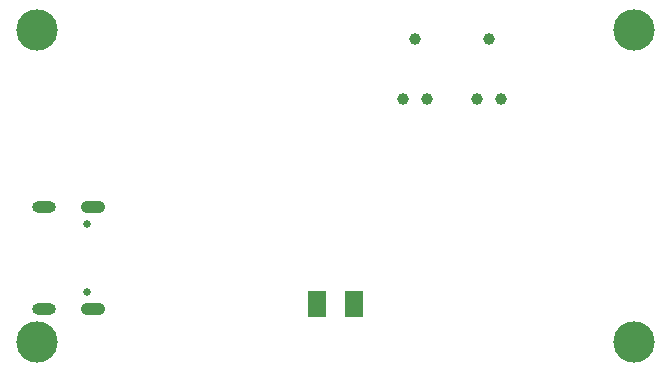
<source format=gbr>
%TF.GenerationSoftware,KiCad,Pcbnew,(6.0.0-0)*%
%TF.CreationDate,2022-04-04T00:22:25-07:00*%
%TF.ProjectId,aeroh_one,6165726f-685f-46f6-9e65-2e6b69636164,rev?*%
%TF.SameCoordinates,Original*%
%TF.FileFunction,Soldermask,Bot*%
%TF.FilePolarity,Negative*%
%FSLAX46Y46*%
G04 Gerber Fmt 4.6, Leading zero omitted, Abs format (unit mm)*
G04 Created by KiCad (PCBNEW (6.0.0-0)) date 2022-04-04 00:22:25*
%MOMM*%
%LPD*%
G01*
G04 APERTURE LIST*
%ADD10C,0.650000*%
%ADD11O,2.100000X1.050000*%
%ADD12O,2.000000X1.000000*%
%ADD13C,0.991000*%
%ADD14C,3.500000*%
%ADD15R,1.500000X2.200000*%
G04 APERTURE END LIST*
D10*
%TO.C,J1*%
X132130000Y-129122156D03*
X132130000Y-123342156D03*
D11*
X132630000Y-121912156D03*
D12*
X128450000Y-121912156D03*
X128450000Y-130552156D03*
D11*
X132630000Y-130552156D03*
%TD*%
D13*
%TO.C,J2*%
X165176000Y-112762000D03*
X167208000Y-112762000D03*
X166192000Y-107682000D03*
%TD*%
D14*
%TO.C,REF\u002A\u002A*%
X178467000Y-133382000D03*
%TD*%
D13*
%TO.C,J3*%
X158846000Y-112762000D03*
X159862000Y-107682000D03*
X160878000Y-112762000D03*
%TD*%
D14*
%TO.C,REF\u002A\u002A*%
X178467000Y-106902000D03*
%TD*%
%TO.C,REF\u002A\u002A*%
X127857000Y-106902000D03*
%TD*%
%TO.C,REF\u002A\u002A*%
X127857000Y-133382000D03*
%TD*%
D15*
%TO.C,D4*%
X151612000Y-130102000D03*
X154712000Y-130102000D03*
%TD*%
M02*

</source>
